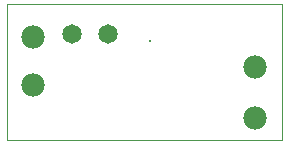
<source format=gbs>
%FSAX24Y24*%
%MOIN*%
G70*
G01*
G75*
G04 Layer_Color=16711935*
%ADD10R,0.0354X0.0315*%
%ADD11R,0.0394X0.0500*%
%ADD12R,0.0400X0.0669*%
%ADD13R,0.0500X0.0394*%
%ADD14C,0.0200*%
%ADD15C,0.0030*%
%ADD16C,0.0570*%
%ADD17C,0.0700*%
%ADD18C,0.0050*%
%ADD19R,0.0394X0.0394*%
%ADD20R,0.0394X0.0315*%
%ADD21R,0.0236X0.0413*%
%ADD22C,0.0100*%
%ADD23R,0.0434X0.0395*%
%ADD24R,0.0474X0.0580*%
%ADD25R,0.0480X0.0749*%
%ADD26R,0.0580X0.0474*%
%ADD27C,0.0650*%
%ADD28C,0.0780*%
%ADD29C,0.0080*%
D15*
X040750Y054300D02*
X049900D01*
X040750Y049750D02*
Y054300D01*
Y049750D02*
X049900D01*
Y054300D01*
D27*
X044100Y053300D02*
D03*
X042900D02*
D03*
D28*
X041600Y053200D02*
D03*
Y051600D02*
D03*
X049000Y052200D02*
D03*
Y050500D02*
D03*
D29*
X045500Y053050D02*
D03*
M02*

</source>
